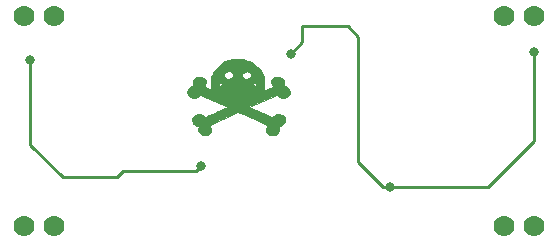
<source format=gbr>
G04 #@! TF.GenerationSoftware,KiCad,Pcbnew,(5.1.5-0-10_14)*
G04 #@! TF.CreationDate,2021-09-26T22:00:01-06:00*
G04 #@! TF.ProjectId,2021DC435,32303231-4443-4343-9335-2e6b69636164,rev?*
G04 #@! TF.SameCoordinates,Original*
G04 #@! TF.FileFunction,Copper,L1,Top*
G04 #@! TF.FilePolarity,Positive*
%FSLAX46Y46*%
G04 Gerber Fmt 4.6, Leading zero omitted, Abs format (unit mm)*
G04 Created by KiCad (PCBNEW (5.1.5-0-10_14)) date 2021-09-26 22:00:01*
%MOMM*%
%LPD*%
G04 APERTURE LIST*
%ADD10C,0.010000*%
%ADD11C,1.778000*%
%ADD12C,0.800000*%
%ADD13C,0.250000*%
G04 APERTURE END LIST*
D10*
G36*
X122659497Y-84952003D02*
G01*
X123097017Y-85078534D01*
X123207216Y-85124178D01*
X123505319Y-85287232D01*
X123793893Y-85501574D01*
X124041340Y-85741689D01*
X124162424Y-85895486D01*
X124303902Y-86164672D01*
X124402830Y-86482173D01*
X124455155Y-86820298D01*
X124456825Y-87151360D01*
X124403790Y-87447669D01*
X124394035Y-87478159D01*
X124328760Y-87671673D01*
X124765690Y-87478025D01*
X125202620Y-87284376D01*
X125109224Y-87096000D01*
X125047690Y-86898863D01*
X125074034Y-86732088D01*
X125188446Y-86594796D01*
X125221500Y-86571073D01*
X125387021Y-86498247D01*
X125583757Y-86464611D01*
X125773623Y-86473209D01*
X125902292Y-86516656D01*
X126030270Y-86635316D01*
X126118201Y-86802132D01*
X126150732Y-86983948D01*
X126146370Y-87043792D01*
X126141123Y-87149028D01*
X126181796Y-87210060D01*
X126270896Y-87255912D01*
X126442744Y-87368499D01*
X126562029Y-87523580D01*
X126621529Y-87699830D01*
X126614023Y-87875925D01*
X126532973Y-88029768D01*
X126356906Y-88174359D01*
X126159468Y-88244958D01*
X125957206Y-88240794D01*
X125766664Y-88161094D01*
X125658980Y-88070584D01*
X125560322Y-87966492D01*
X124382135Y-88490037D01*
X123203948Y-89013583D01*
X125126828Y-89870173D01*
X125260524Y-89742479D01*
X125362431Y-89660371D01*
X125451394Y-89613311D01*
X125469703Y-89609519D01*
X125575083Y-89599593D01*
X125604199Y-89595909D01*
X125709113Y-89608292D01*
X125852817Y-89656381D01*
X125998398Y-89725534D01*
X126098557Y-89792022D01*
X126207315Y-89937207D01*
X126237280Y-90112792D01*
X126185226Y-90298663D01*
X126181118Y-90306544D01*
X126083226Y-90439638D01*
X125954379Y-90549860D01*
X125822534Y-90615910D01*
X125762153Y-90625730D01*
X125718945Y-90642110D01*
X125695685Y-90702710D01*
X125687235Y-90824720D01*
X125686820Y-90877801D01*
X125680209Y-91031491D01*
X125652871Y-91134144D01*
X125593547Y-91218546D01*
X125556987Y-91255853D01*
X125439552Y-91343193D01*
X125316285Y-91397186D01*
X125295390Y-91401470D01*
X125132986Y-91396870D01*
X124947706Y-91351073D01*
X124780776Y-91277442D01*
X124684617Y-91203535D01*
X124634624Y-91108809D01*
X124605973Y-90983760D01*
X124602869Y-90863530D01*
X124629521Y-90783262D01*
X124633788Y-90778960D01*
X124672647Y-90712949D01*
X124676438Y-90698225D01*
X124702568Y-90613388D01*
X124714986Y-90583492D01*
X124704107Y-90555775D01*
X124647809Y-90512510D01*
X124539322Y-90450262D01*
X124371877Y-90365594D01*
X124138707Y-90255071D01*
X123833042Y-90115257D01*
X123485094Y-89959190D01*
X123167748Y-89819439D01*
X122877881Y-89695044D01*
X122626099Y-89590297D01*
X122423008Y-89509490D01*
X122279212Y-89456917D01*
X122205317Y-89436870D01*
X122197999Y-89438228D01*
X122149771Y-89466898D01*
X122028068Y-89527591D01*
X121844092Y-89615058D01*
X121609048Y-89724050D01*
X121334140Y-89849318D01*
X121030571Y-89985611D01*
X121012842Y-89993511D01*
X120708757Y-90129241D01*
X120433116Y-90252803D01*
X120196991Y-90359192D01*
X120011455Y-90443402D01*
X119887580Y-90500427D01*
X119836436Y-90525261D01*
X119835886Y-90525648D01*
X119841196Y-90570416D01*
X119879471Y-90660894D01*
X119894901Y-90690872D01*
X119966791Y-90899973D01*
X119951568Y-91083449D01*
X119854450Y-91233309D01*
X119680656Y-91341566D01*
X119435402Y-91400232D01*
X119431244Y-91400689D01*
X119292785Y-91400910D01*
X119189902Y-91382432D01*
X119092352Y-91326515D01*
X118991295Y-91236544D01*
X118985613Y-91230210D01*
X118923430Y-91141785D01*
X118895900Y-91041072D01*
X118894910Y-90895164D01*
X118896471Y-90868581D01*
X118901764Y-90731056D01*
X118891266Y-90657819D01*
X118858993Y-90629369D01*
X118821946Y-90625653D01*
X118743111Y-90605164D01*
X118638088Y-90554628D01*
X118533483Y-90490582D01*
X118455905Y-90429567D01*
X118431962Y-90388122D01*
X118434445Y-90384786D01*
X118426053Y-90342120D01*
X118390334Y-90301786D01*
X118332468Y-90196886D01*
X118328991Y-90056837D01*
X118377505Y-89913794D01*
X118424280Y-89846848D01*
X118542149Y-89748476D01*
X118692858Y-89670092D01*
X118853578Y-89617483D01*
X119001479Y-89596439D01*
X119113732Y-89612746D01*
X119163710Y-89659385D01*
X119217529Y-89698289D01*
X119226960Y-89699030D01*
X119289254Y-89728690D01*
X119355021Y-89787780D01*
X119382522Y-89815443D01*
X119414031Y-89831723D01*
X119460596Y-89833004D01*
X119533263Y-89815673D01*
X119643078Y-89776112D01*
X119801089Y-89710708D01*
X120018342Y-89615845D01*
X120305883Y-89487907D01*
X120400833Y-89445514D01*
X121366096Y-89014497D01*
X120190956Y-88489929D01*
X119015817Y-87965360D01*
X118916653Y-88070018D01*
X118754662Y-88198112D01*
X118578259Y-88248465D01*
X118472530Y-88245761D01*
X118247524Y-88185396D01*
X118078632Y-88071320D01*
X117972929Y-87919133D01*
X117937489Y-87744435D01*
X117979389Y-87562827D01*
X118090965Y-87404432D01*
X118200966Y-87309176D01*
X118305648Y-87244421D01*
X118338828Y-87232552D01*
X118395432Y-87210142D01*
X118425928Y-87161096D01*
X118438067Y-87064155D01*
X118439794Y-86955674D01*
X118444452Y-86808477D01*
X118466888Y-86714359D01*
X118519791Y-86642275D01*
X118593978Y-86578493D01*
X118758146Y-86481942D01*
X118914174Y-86455580D01*
X119115677Y-86480170D01*
X119305976Y-86544744D01*
X119445572Y-86635508D01*
X119453891Y-86644050D01*
X119506465Y-86756431D01*
X119514454Y-86910348D01*
X119478687Y-87073477D01*
X119440764Y-87155242D01*
X119366845Y-87282777D01*
X119676078Y-87418829D01*
X119827915Y-87483039D01*
X119942922Y-87526793D01*
X119998928Y-87541742D01*
X120000743Y-87541113D01*
X120000786Y-87495553D01*
X119982167Y-87398390D01*
X119972698Y-87360036D01*
X119934567Y-87106019D01*
X119934737Y-87033056D01*
X120596597Y-87033056D01*
X120597319Y-87034768D01*
X120733432Y-87316903D01*
X120804216Y-87487464D01*
X120928495Y-87702822D01*
X121116585Y-87912747D01*
X121341621Y-88092282D01*
X121576735Y-88216469D01*
X121596948Y-88223893D01*
X121818743Y-88276039D01*
X122088538Y-88300814D01*
X122374478Y-88298934D01*
X122644707Y-88271114D01*
X122867368Y-88218069D01*
X122927422Y-88194023D01*
X123218606Y-88012479D01*
X123448115Y-87769334D01*
X123611219Y-87470188D01*
X123659227Y-87327622D01*
X123705238Y-87208359D01*
X123759270Y-87127671D01*
X123782527Y-87111645D01*
X123831315Y-87074285D01*
X123804348Y-87034902D01*
X123718519Y-87007743D01*
X123653922Y-87003176D01*
X123548388Y-87019358D01*
X123514671Y-87059170D01*
X123562285Y-87108482D01*
X123602953Y-87176659D01*
X123598395Y-87296382D01*
X123554824Y-87448550D01*
X123478451Y-87614063D01*
X123375489Y-87773819D01*
X123326306Y-87834045D01*
X123222913Y-87933793D01*
X123103027Y-88024979D01*
X122990833Y-88091845D01*
X122910519Y-88118631D01*
X122894272Y-88115542D01*
X122855982Y-88123506D01*
X122854106Y-88135017D01*
X122810671Y-88171428D01*
X122695469Y-88204534D01*
X122531160Y-88231111D01*
X122340401Y-88247938D01*
X122145849Y-88251790D01*
X122058712Y-88248148D01*
X121698255Y-88185700D01*
X121385520Y-88051358D01*
X121125963Y-87848546D01*
X120925038Y-87580690D01*
X120889525Y-87513938D01*
X120807109Y-87325107D01*
X120779680Y-87196740D01*
X120806065Y-87121576D01*
X120823995Y-87108482D01*
X120871880Y-87058525D01*
X120836516Y-87019440D01*
X120729071Y-87003186D01*
X120725637Y-87003176D01*
X120630238Y-87011895D01*
X120596597Y-87033056D01*
X119934737Y-87033056D01*
X119935242Y-86817698D01*
X119973590Y-86537107D01*
X119997393Y-86442661D01*
X120083811Y-86224906D01*
X121047611Y-86224906D01*
X121048705Y-86362102D01*
X121058243Y-86388146D01*
X121160534Y-86524194D01*
X121311411Y-86601778D01*
X121485647Y-86614973D01*
X121658015Y-86557853D01*
X121691048Y-86536769D01*
X121794354Y-86418699D01*
X121806956Y-86354601D01*
X122581102Y-86354601D01*
X122655486Y-86489791D01*
X122686719Y-86520679D01*
X122842670Y-86607354D01*
X123024260Y-86613447D01*
X123181213Y-86562445D01*
X123320565Y-86461476D01*
X123373556Y-86334062D01*
X123338097Y-86191761D01*
X123265587Y-86095674D01*
X123150931Y-86011584D01*
X123004233Y-85984163D01*
X122978581Y-85983806D01*
X122794107Y-86015787D01*
X122659987Y-86099987D01*
X122585793Y-86218796D01*
X122581102Y-86354601D01*
X121806956Y-86354601D01*
X121821472Y-86280768D01*
X121777345Y-86146211D01*
X121666918Y-86038266D01*
X121576351Y-85997598D01*
X121401843Y-85977828D01*
X121243002Y-86018581D01*
X121118651Y-86105670D01*
X121047611Y-86224906D01*
X120083811Y-86224906D01*
X120139443Y-86084726D01*
X120349322Y-85769368D01*
X120605842Y-85505840D01*
X120965482Y-85241749D01*
X121360637Y-85052858D01*
X121781338Y-84940628D01*
X122217614Y-84906522D01*
X122659497Y-84952003D01*
G37*
X122659497Y-84952003D02*
X123097017Y-85078534D01*
X123207216Y-85124178D01*
X123505319Y-85287232D01*
X123793893Y-85501574D01*
X124041340Y-85741689D01*
X124162424Y-85895486D01*
X124303902Y-86164672D01*
X124402830Y-86482173D01*
X124455155Y-86820298D01*
X124456825Y-87151360D01*
X124403790Y-87447669D01*
X124394035Y-87478159D01*
X124328760Y-87671673D01*
X124765690Y-87478025D01*
X125202620Y-87284376D01*
X125109224Y-87096000D01*
X125047690Y-86898863D01*
X125074034Y-86732088D01*
X125188446Y-86594796D01*
X125221500Y-86571073D01*
X125387021Y-86498247D01*
X125583757Y-86464611D01*
X125773623Y-86473209D01*
X125902292Y-86516656D01*
X126030270Y-86635316D01*
X126118201Y-86802132D01*
X126150732Y-86983948D01*
X126146370Y-87043792D01*
X126141123Y-87149028D01*
X126181796Y-87210060D01*
X126270896Y-87255912D01*
X126442744Y-87368499D01*
X126562029Y-87523580D01*
X126621529Y-87699830D01*
X126614023Y-87875925D01*
X126532973Y-88029768D01*
X126356906Y-88174359D01*
X126159468Y-88244958D01*
X125957206Y-88240794D01*
X125766664Y-88161094D01*
X125658980Y-88070584D01*
X125560322Y-87966492D01*
X124382135Y-88490037D01*
X123203948Y-89013583D01*
X125126828Y-89870173D01*
X125260524Y-89742479D01*
X125362431Y-89660371D01*
X125451394Y-89613311D01*
X125469703Y-89609519D01*
X125575083Y-89599593D01*
X125604199Y-89595909D01*
X125709113Y-89608292D01*
X125852817Y-89656381D01*
X125998398Y-89725534D01*
X126098557Y-89792022D01*
X126207315Y-89937207D01*
X126237280Y-90112792D01*
X126185226Y-90298663D01*
X126181118Y-90306544D01*
X126083226Y-90439638D01*
X125954379Y-90549860D01*
X125822534Y-90615910D01*
X125762153Y-90625730D01*
X125718945Y-90642110D01*
X125695685Y-90702710D01*
X125687235Y-90824720D01*
X125686820Y-90877801D01*
X125680209Y-91031491D01*
X125652871Y-91134144D01*
X125593547Y-91218546D01*
X125556987Y-91255853D01*
X125439552Y-91343193D01*
X125316285Y-91397186D01*
X125295390Y-91401470D01*
X125132986Y-91396870D01*
X124947706Y-91351073D01*
X124780776Y-91277442D01*
X124684617Y-91203535D01*
X124634624Y-91108809D01*
X124605973Y-90983760D01*
X124602869Y-90863530D01*
X124629521Y-90783262D01*
X124633788Y-90778960D01*
X124672647Y-90712949D01*
X124676438Y-90698225D01*
X124702568Y-90613388D01*
X124714986Y-90583492D01*
X124704107Y-90555775D01*
X124647809Y-90512510D01*
X124539322Y-90450262D01*
X124371877Y-90365594D01*
X124138707Y-90255071D01*
X123833042Y-90115257D01*
X123485094Y-89959190D01*
X123167748Y-89819439D01*
X122877881Y-89695044D01*
X122626099Y-89590297D01*
X122423008Y-89509490D01*
X122279212Y-89456917D01*
X122205317Y-89436870D01*
X122197999Y-89438228D01*
X122149771Y-89466898D01*
X122028068Y-89527591D01*
X121844092Y-89615058D01*
X121609048Y-89724050D01*
X121334140Y-89849318D01*
X121030571Y-89985611D01*
X121012842Y-89993511D01*
X120708757Y-90129241D01*
X120433116Y-90252803D01*
X120196991Y-90359192D01*
X120011455Y-90443402D01*
X119887580Y-90500427D01*
X119836436Y-90525261D01*
X119835886Y-90525648D01*
X119841196Y-90570416D01*
X119879471Y-90660894D01*
X119894901Y-90690872D01*
X119966791Y-90899973D01*
X119951568Y-91083449D01*
X119854450Y-91233309D01*
X119680656Y-91341566D01*
X119435402Y-91400232D01*
X119431244Y-91400689D01*
X119292785Y-91400910D01*
X119189902Y-91382432D01*
X119092352Y-91326515D01*
X118991295Y-91236544D01*
X118985613Y-91230210D01*
X118923430Y-91141785D01*
X118895900Y-91041072D01*
X118894910Y-90895164D01*
X118896471Y-90868581D01*
X118901764Y-90731056D01*
X118891266Y-90657819D01*
X118858993Y-90629369D01*
X118821946Y-90625653D01*
X118743111Y-90605164D01*
X118638088Y-90554628D01*
X118533483Y-90490582D01*
X118455905Y-90429567D01*
X118431962Y-90388122D01*
X118434445Y-90384786D01*
X118426053Y-90342120D01*
X118390334Y-90301786D01*
X118332468Y-90196886D01*
X118328991Y-90056837D01*
X118377505Y-89913794D01*
X118424280Y-89846848D01*
X118542149Y-89748476D01*
X118692858Y-89670092D01*
X118853578Y-89617483D01*
X119001479Y-89596439D01*
X119113732Y-89612746D01*
X119163710Y-89659385D01*
X119217529Y-89698289D01*
X119226960Y-89699030D01*
X119289254Y-89728690D01*
X119355021Y-89787780D01*
X119382522Y-89815443D01*
X119414031Y-89831723D01*
X119460596Y-89833004D01*
X119533263Y-89815673D01*
X119643078Y-89776112D01*
X119801089Y-89710708D01*
X120018342Y-89615845D01*
X120305883Y-89487907D01*
X120400833Y-89445514D01*
X121366096Y-89014497D01*
X120190956Y-88489929D01*
X119015817Y-87965360D01*
X118916653Y-88070018D01*
X118754662Y-88198112D01*
X118578259Y-88248465D01*
X118472530Y-88245761D01*
X118247524Y-88185396D01*
X118078632Y-88071320D01*
X117972929Y-87919133D01*
X117937489Y-87744435D01*
X117979389Y-87562827D01*
X118090965Y-87404432D01*
X118200966Y-87309176D01*
X118305648Y-87244421D01*
X118338828Y-87232552D01*
X118395432Y-87210142D01*
X118425928Y-87161096D01*
X118438067Y-87064155D01*
X118439794Y-86955674D01*
X118444452Y-86808477D01*
X118466888Y-86714359D01*
X118519791Y-86642275D01*
X118593978Y-86578493D01*
X118758146Y-86481942D01*
X118914174Y-86455580D01*
X119115677Y-86480170D01*
X119305976Y-86544744D01*
X119445572Y-86635508D01*
X119453891Y-86644050D01*
X119506465Y-86756431D01*
X119514454Y-86910348D01*
X119478687Y-87073477D01*
X119440764Y-87155242D01*
X119366845Y-87282777D01*
X119676078Y-87418829D01*
X119827915Y-87483039D01*
X119942922Y-87526793D01*
X119998928Y-87541742D01*
X120000743Y-87541113D01*
X120000786Y-87495553D01*
X119982167Y-87398390D01*
X119972698Y-87360036D01*
X119934567Y-87106019D01*
X119934737Y-87033056D01*
X120596597Y-87033056D01*
X120597319Y-87034768D01*
X120733432Y-87316903D01*
X120804216Y-87487464D01*
X120928495Y-87702822D01*
X121116585Y-87912747D01*
X121341621Y-88092282D01*
X121576735Y-88216469D01*
X121596948Y-88223893D01*
X121818743Y-88276039D01*
X122088538Y-88300814D01*
X122374478Y-88298934D01*
X122644707Y-88271114D01*
X122867368Y-88218069D01*
X122927422Y-88194023D01*
X123218606Y-88012479D01*
X123448115Y-87769334D01*
X123611219Y-87470188D01*
X123659227Y-87327622D01*
X123705238Y-87208359D01*
X123759270Y-87127671D01*
X123782527Y-87111645D01*
X123831315Y-87074285D01*
X123804348Y-87034902D01*
X123718519Y-87007743D01*
X123653922Y-87003176D01*
X123548388Y-87019358D01*
X123514671Y-87059170D01*
X123562285Y-87108482D01*
X123602953Y-87176659D01*
X123598395Y-87296382D01*
X123554824Y-87448550D01*
X123478451Y-87614063D01*
X123375489Y-87773819D01*
X123326306Y-87834045D01*
X123222913Y-87933793D01*
X123103027Y-88024979D01*
X122990833Y-88091845D01*
X122910519Y-88118631D01*
X122894272Y-88115542D01*
X122855982Y-88123506D01*
X122854106Y-88135017D01*
X122810671Y-88171428D01*
X122695469Y-88204534D01*
X122531160Y-88231111D01*
X122340401Y-88247938D01*
X122145849Y-88251790D01*
X122058712Y-88248148D01*
X121698255Y-88185700D01*
X121385520Y-88051358D01*
X121125963Y-87848546D01*
X120925038Y-87580690D01*
X120889525Y-87513938D01*
X120807109Y-87325107D01*
X120779680Y-87196740D01*
X120806065Y-87121576D01*
X120823995Y-87108482D01*
X120871880Y-87058525D01*
X120836516Y-87019440D01*
X120729071Y-87003186D01*
X120725637Y-87003176D01*
X120630238Y-87011895D01*
X120596597Y-87033056D01*
X119934737Y-87033056D01*
X119935242Y-86817698D01*
X119973590Y-86537107D01*
X119997393Y-86442661D01*
X120083811Y-86224906D01*
X121047611Y-86224906D01*
X121048705Y-86362102D01*
X121058243Y-86388146D01*
X121160534Y-86524194D01*
X121311411Y-86601778D01*
X121485647Y-86614973D01*
X121658015Y-86557853D01*
X121691048Y-86536769D01*
X121794354Y-86418699D01*
X121806956Y-86354601D01*
X122581102Y-86354601D01*
X122655486Y-86489791D01*
X122686719Y-86520679D01*
X122842670Y-86607354D01*
X123024260Y-86613447D01*
X123181213Y-86562445D01*
X123320565Y-86461476D01*
X123373556Y-86334062D01*
X123338097Y-86191761D01*
X123265587Y-86095674D01*
X123150931Y-86011584D01*
X123004233Y-85984163D01*
X122978581Y-85983806D01*
X122794107Y-86015787D01*
X122659987Y-86099987D01*
X122585793Y-86218796D01*
X122581102Y-86354601D01*
X121806956Y-86354601D01*
X121821472Y-86280768D01*
X121777345Y-86146211D01*
X121666918Y-86038266D01*
X121576351Y-85997598D01*
X121401843Y-85977828D01*
X121243002Y-86018581D01*
X121118651Y-86105670D01*
X121047611Y-86224906D01*
X120083811Y-86224906D01*
X120139443Y-86084726D01*
X120349322Y-85769368D01*
X120605842Y-85505840D01*
X120965482Y-85241749D01*
X121360637Y-85052858D01*
X121781338Y-84940628D01*
X122217614Y-84906522D01*
X122659497Y-84952003D01*
D11*
X147284440Y-99062540D03*
X144744440Y-99062540D03*
X147284440Y-81282540D03*
X144744440Y-81282540D03*
X104104440Y-81282540D03*
X106644440Y-81282540D03*
X104104440Y-99062540D03*
X106644440Y-99062540D03*
D12*
X104663240Y-85011260D03*
X119103140Y-93992700D03*
X147284440Y-84353400D03*
X135134350Y-95797370D03*
X126710440Y-84536280D03*
D13*
X104663240Y-85011260D02*
X104663240Y-92186760D01*
X104663240Y-92186760D02*
X107414060Y-94937580D01*
X107414060Y-94937580D02*
X112011460Y-94937580D01*
X112011460Y-94937580D02*
X112527080Y-94421960D01*
X112527080Y-94421960D02*
X117556280Y-94421960D01*
X117556280Y-94421960D02*
X118673880Y-94421960D01*
X118673880Y-94421960D02*
X119103140Y-93992700D01*
X119103140Y-93992700D02*
X119103140Y-93992700D01*
X147284440Y-84353400D02*
X147284440Y-91899740D01*
X143386810Y-95797370D02*
X135134350Y-95797370D01*
X147284440Y-91899740D02*
X143386810Y-95797370D01*
X127701040Y-83545680D02*
X126710440Y-84536280D01*
X127701040Y-82174080D02*
X127701040Y-83545680D01*
X134534910Y-95797370D02*
X132427980Y-93690440D01*
X132427980Y-83075780D02*
X131526280Y-82174080D01*
X132427980Y-93690440D02*
X132427980Y-83075780D01*
X131526280Y-82174080D02*
X127701040Y-82174080D01*
X135134350Y-95797370D02*
X134534910Y-95797370D01*
M02*

</source>
